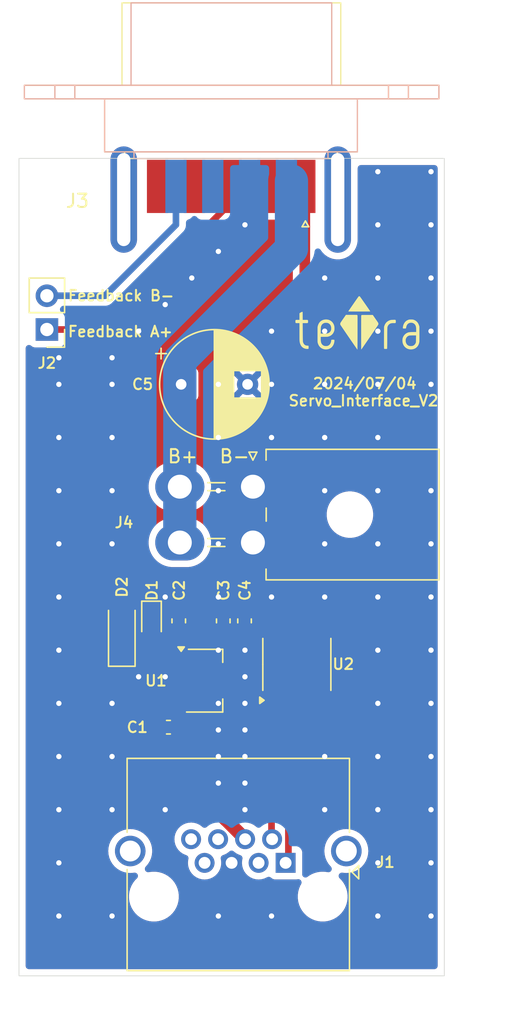
<source format=kicad_pcb>
(kicad_pcb (version 20240108) (generator "pcbnew") (generator_version "8.0")
  (layers (0 "F.Cu" signal) (31 "B.Cu" signal) (34 "B.Paste" user) (35 "F.Paste" user) (36 "B.SilkS" user "B.Silkscreen") (37 "F.SilkS" user "F.Silkscreen") (38 "B.Mask" user) (39 "F.Mask" user) (44 "Edge.Cuts" user))
  (net 0 "")
  (net 1 "GND")
  (net 2 "+3.3V")
  (net 3 "+12V")
  (net 4 "Net-(D1-K)")
  (net 5 "/diff+")
  (net 6 "/PWM_TTL")
  (net 7 "/diff-")
  (net 11 "/Pos_Feedback_A+")
  (net 12 "/Pos_Feedback_B-")
  (net 17 "/+UB")
  (net 18 "/CAN_H")
  (net 19 "/CAN_L")
  (net 20 "/CAN_H_Return")
  (net 21 "/CAN_L_Return")
  (footprint "Capacitor_THT:CP_Radial_D8.0mm_P5.00mm" (layer "F.Cu") (at 149.2 100)
    (property "Reference" "C5" (at -2.9 0 0) (layer "F.SilkS") (effects (font (size 0.8 0.8))))
    (property "Value" "100uF/50V")
    (pad "1" thru_hole rect (at 0 0) (size 1.6 1.6) (drill 0.8) (layers "*.Cu" "*.Mask") (net 17 "/+UB"))
    (pad "2" thru_hole circle (at 5 0) (size 1.6 1.6) (drill 0.8) (layers "*.Cu" "*.Mask") (net 1 "GND"))
  )
  (footprint "Connector_RJ:RJ45_Amphenol_RJHSE5380" (layer "F.Cu") (at 157.06 136 180)
    (property "Reference" "J1" (at -7.515 0.05 0) (layer "F.SilkS") (effects (font (size 0.8 0.8))))
    (property "Value" "RJ45")
    (pad "" np_thru_hole circle (at -2.79 -2.54 180) (size 3.25 3.25) (drill 3.25) (layers "*.Cu" "*.Mask"))
    (pad "" np_thru_hole circle (at 9.91 -2.54 180) (size 3.25 3.25) (drill 3.25) (layers "*.Cu" "*.Mask"))
    (pad "1" thru_hole rect (at 0 0 180) (size 1.5 1.5) (drill 0.89) (layers "*.Cu" "*.Mask") (net 5 "/diff+"))
    (pad "2" thru_hole circle (at 1.016 1.78 180) (size 1.5 1.5) (drill 0.89) (layers "*.Cu" "*.Mask") (net 7 "/diff-"))
    (pad "3" thru_hole circle (at 2.032 0 180) (size 1.5 1.5) (drill 0.89) (layers "*.Cu" "*.Mask") (net 18 "/CAN_H"))
    (pad "4" thru_hole circle (at 3.048 1.78 180) (size 1.5 1.5) (drill 0.89) (layers "*.Cu" "*.Mask") (net 3 "+12V"))
    (pad "5" thru_hole circle (at 4.064 0 180) (size 1.5 1.5) (drill 0.89) (layers "*.Cu" "*.Mask") (net 1 "GND"))
    (pad "6" thru_hole circle (at 5.08 1.78 180) (size 1.5 1.5) (drill 0.89) (layers "*.Cu" "*.Mask") (net 19 "/CAN_L"))
    (pad "7" thru_hole circle (at 6.096 0 180) (size 1.5 1.5) (drill 0.89) (layers "*.Cu" "*.Mask") (net 20 "/CAN_H_Return"))
    (pad "8" thru_hole circle (at 7.112 1.78 180) (size 1.5 1.5) (drill 0.89) (layers "*.Cu" "*.Mask") (net 21 "/CAN_L_Return"))
    (pad "SH" thru_hole circle (at -4.57 0.89 180) (size 2.3 2.3) (drill 1.57) (layers "*.Cu" "*.Mask"))
    (pad "SH" thru_hole circle (at 11.69 0.89 180) (size 2.3 2.3) (drill 1.57) (layers "*.Cu" "*.Mask"))
  )
  (footprint "Symbol:teTra-LOGO" (layer "F.Cu") (at 162.6 95.4)
    (property "Reference" "LOGO1" (hide yes))
    (property "Value" "teTra" (hide yes))
  )
  (footprint "Capacitor_SMD:C_0603_1608Metric" (layer "F.Cu") (at 148.245 125.795 180)
    (property "Reference" "C1" (at 2.345 -0.005 0) (layer "F.SilkS") (effects (font (size 0.8 0.8))))
    (property "Value" "1uF/25V")
    (pad "1" smd roundrect (at -0.775 0 180) (size 0.9 0.95) (layers "F.Cu" "F.Paste" "F.Mask") (net 3 "+12V"))
    (pad "2" smd roundrect (at 0.775 0 180) (size 0.9 0.95) (layers "F.Cu" "F.Paste" "F.Mask") (net 1 "GND"))
  )
  (footprint "Connector_PinHeader_2.54mm:PinHeader_1x02_P2.54mm_Vertical" (layer "F.Cu") (at 139.1 95.875 180)
    (property "Reference" "J2" (at 0 -2.525 180) (layer "F.SilkS") (effects (font (size 0.8 0.8))))
    (property "Value" "Pos_Feedback" (hide yes))
    (pad "1" thru_hole rect (at 0 0 180) (size 1.7 1.7) (drill 1) (layers "*.Cu" "*.Mask") (net 11 "/Pos_Feedback_A+"))
    (pad "2" thru_hole oval (at 0 2.54 180) (size 1.7 1.7) (drill 1) (layers "*.Cu" "*.Mask") (net 12 "/Pos_Feedback_B-"))
  )
  (footprint "Connector_Dsub:DSUB-9_Male_Calendar_P2.77x2.84mm_MountingHoles3.1mm_24.99" (layer "F.Cu") (at 153 77.5 180)
    (property "Reference" "J3" (at 11.6 -8.7 180) (layer "F.SilkS"))
    (property "Value" "DE9_Receptacle_MountingHoles")
    (pad "0" thru_hole oval (at -7.98 -8.6 180) (size 2 8) (drill oval 1 7) (layers "*.Cu" "*.Mask"))
    (pad "0" thru_hole oval (at 8.12 -8.6 180) (size 2 8) (drill oval 1 7) (layers "*.Cu" "*.Mask"))
    (pad "1" smd rect (at -5.505 -7.61 180) (size 1.6 4) (layers "F.Cu" "F.Paste" "F.Mask") (net 6 "/PWM_TTL"))
    (pad "2" smd rect (at -2.735 -7.61 180) (size 1.6 4) (layers "F.Cu" "F.Paste" "F.Mask"))
    (pad "3" smd rect (at 0.035 -7.61 180) (size 1.6 4) (layers "F.Cu" "F.Paste" "F.Mask") (net 11 "/Pos_Feedback_A+"))
    (pad "4" smd rect (at 2.805 -7.61 180) (size 1.6 4) (layers "F.Cu" "F.Paste" "F.Mask"))
    (pad "5" smd rect (at 5.575 -7.61 180) (size 1.6 4) (layers "F.Cu" "F.Paste" "F.Mask"))
    (pad "6" smd rect (at -4.12 -7.61 180) (size 1.6 4) (layers "B.Cu" "B.Paste" "B.Mask") (net 17 "/+UB"))
    (pad "7" smd rect (at -1.35 -7.61 180) (size 1.6 4) (layers "B.Cu" "B.Paste" "B.Mask") (net 1 "GND"))
    (pad "8" smd rect (at 1.42 -7.61 180) (size 1.6 4) (layers "B.Cu" "B.Paste" "B.Mask"))
    (pad "9" smd rect (at 4.19 -7.61 180) (size 1.6 4) (layers "B.Cu" "B.Paste" "B.Mask") (net 12 "/Pos_Feedback_B-"))
  )
  (footprint "Capacitor_SMD:C_0603_1608Metric" (layer "F.Cu") (at 149.02 117.795 90)
    (property "Reference" "C2" (at 2.295 0.03 90) (layer "F.SilkS") (effects (font (size 0.8 0.8))))
    (property "Value" "1uF/25V")
    (pad "1" smd roundrect (at -0.775 0 90) (size 0.9 0.95) (layers "F.Cu" "F.Paste" "F.Mask") (net 2 "+3.3V"))
    (pad "2" smd roundrect (at 0.775 0 90) (size 0.9 0.95) (layers "F.Cu" "F.Paste" "F.Mask") (net 1 "GND"))
  )
  (footprint "Diode_SMD:S-562T" (layer "F.Cu") (at 144.735 118.71 90)
    (property "Reference" "D2" (at 3.46 0.015 90) (layer "F.SilkS") (effects (font (size 0.8 0.8))))
    (property "Value" "S-562T")
    (pad "1" smd roundrect (at -1.7 0 90) (size 1.2 1.6) (layers "F.Cu" "F.Paste" "F.Mask") (roundrect_rratio 0.1388888889) (net 1 "GND"))
    (pad "2" smd roundrect (at 1.7 0 90) (size 1.2 1.6) (layers "F.Cu" "F.Paste" "F.Mask") (roundrect_rratio 0.1388888889) (net 4 "Net-(D1-K)"))
  )
  (footprint "Package_TO_SOT_SMD:SOT-89-3" (layer "F.Cu") (at 150.97 122.295)
    (property "Reference" "U1" (at -3.67 0.005 0) (layer "F.SilkS") (effects (font (size 0.8 0.8))))
    (property "Value" "XC6216D332PR-G")
    (pad "1" smd roundrect (at -1.95 -1.5) (size 1.3 0.9) (layers "F.Cu" "F.Paste" "F.Mask") (net 2 "+3.3V"))
    (pad "2" smd custom (at -1.8625 0) (size 1.475 0.9) (layers "F.Cu" "F.Paste" "F.Mask") (net 1 "GND") (options (clearance outline) (anchor rect)) (primitives (gr_poly (pts (xy 3.8625 0.8665) (xy 0.7375 0.8665) (xy 0.7375 -0.8665) (xy 3.8625 -0.8665)) (width 0) (fill yes))))
    (pad "3" smd roundrect (at -1.95 1.5) (size 1.3 0.9) (layers "F.Cu" "F.Paste" "F.Mask") (net 3 "+12V"))
  )
  (footprint "Connector_Molex:Molex_Mini-Fit_Jr_5569-04A2_2x02_P4.20mm_Horizontal" (layer "F.Cu") (at 154.6 107.7 -90)
    (property "Reference" "J4" (at 2.7 9.7 0) (layer "F.SilkS") (effects (font (size 0.8 0.8))))
    (property "Value" "Molex 5569")
    (pad "" np_thru_hole circle (at 2.1 -7.3 270) (size 3 3) (drill 3) (layers "*.Cu" "*.Mask"))
    (pad "1" thru_hole roundrect (at 0 0 270) (size 2.7 3.7) (drill 1.8) (layers "*.Cu" "*.Mask") (roundrect_rratio 0.092593) (net 1 "GND"))
    (pad "2" thru_hole oval (at 4.2 0 270) (size 2.7 3.7) (drill 1.8) (layers "*.Cu" "*.Mask") (net 1 "GND"))
    (pad "3" thru_hole oval (at 0 5.5 270) (size 2.7 3.7) (drill 1.8) (layers "*.Cu" "*.Mask") (net 17 "/+UB"))
    (pad "4" thru_hole oval (at 4.2 5.5 270) (size 2.7 3.7) (drill 1.8) (layers "*.Cu" "*.Mask") (net 17 "/+UB"))
  )
  (footprint "Capacitor_SMD:C_0603_1608Metric" (layer "F.Cu") (at 153.97 117.795 90)
    (property "Reference" "C4" (at 2.295 0.03 90) (layer "F.SilkS") (effects (font (size 0.8 0.8))))
    (property "Value" "1nF/16V")
    (pad "1" smd roundrect (at -0.775 0 90) (size 0.9 0.95) (layers "F.Cu" "F.Paste" "F.Mask") (net 2 "+3.3V"))
    (pad "2" smd roundrect (at 0.775 0 90) (size 0.9 0.95) (layers "F.Cu" "F.Paste" "F.Mask") (net 1 "GND"))
  )
  (footprint "Capacitor_SMD:C_0603_1608Metric" (layer "F.Cu") (at 152.37 117.795 90)
    (property "Reference" "C3" (at 2.295 0.03 90) (layer "F.SilkS") (effects (font (size 0.8 0.8))))
    (property "Value" "0.1uF/50V")
    (pad "1" smd roundrect (at -0.775 0 90) (size 0.9 0.95) (layers "F.Cu" "F.Paste" "F.Mask") (net 2 "+3.3V"))
    (pad "2" smd roundrect (at 0.775 0 90) (size 0.9 0.95) (layers "F.Cu" "F.Paste" "F.Mask") (net 1 "GND"))
  )
  (footprint "LED_SMD:LED_0603_1608Metric" (layer "F.Cu") (at 146.97 117.8 -90)
    (property "Reference" "D1" (at -2.3 -0.03 90) (layer "F.SilkS") (effects (font (size 0.8 0.8))))
    (property "Value" "LED (Y/G)")
    (pad "1" smd roundrect (at -0.7875 0 270) (size 0.875 0.95) (layers "F.Cu" "F.Paste" "F.Mask") (net 4 "Net-(D1-K)"))
    (pad "2" smd roundrect (at 0.7875 0 270) (size 0.875 0.95) (layers "F.Cu" "F.Paste" "F.Mask") (net 2 "+3.3V"))
  )
  (footprint "Package_SO:SOIC-8_3.9x4.9mm_P1.27mm" (layer "F.Cu") (at 157.905 121.07 90)
    (property "Reference" "U2" (at 0.02 3.495 180) (layer "F.SilkS") (effects (font (size 0.8 0.8))))
    (property "Value" "SN65LVDS2D")
    (pad "1" smd roundrect (at -2.475 -1.905 90) (size 1.95 0.6) (layers "F.Cu" "F.Paste" "F.Mask") (net 7 "/diff-"))
    (pad "2" smd roundrect (at -2.475 -0.635 90) (size 1.95 0.6) (layers "F.Cu" "F.Paste" "F.Mask") (net 5 "/diff+"))
    (pad "3" smd roundrect (at -2.475 0.635 90) (size 1.95 0.6) (layers "F.Cu" "F.Paste" "F.Mask"))
    (pad "4" smd roundrect (at -2.475 1.905 90) (size 1.95 0.6) (layers "F.Cu" "F.Paste" "F.Mask"))
    (pad "5" smd roundrect (at 2.475 1.905 90) (size 1.95 0.6) (layers "F.Cu" "F.Paste" "F.Mask") (net 1 "GND"))
    (pad "6" smd roundrect (at 2.475 0.635 90) (size 1.95 0.6) (layers "F.Cu" "F.Paste" "F.Mask"))
    (pad "7" smd roundrect (at 2.475 -0.635 90) (size 1.95 0.6) (layers "F.Cu" "F.Paste" "F.Mask") (net 6 "/PWM_TTL"))
    (pad "8" smd roundrect (at 2.475 -1.905 90) (size 1.95 0.6) (layers "F.Cu" "F.Paste" "F.Mask") (net 2 "+3.3V"))
  )
  (gr_rect (start 137 83) (end 169 144.5) (stroke (width 0.05)) (fill none) (layer "Edge.Cuts"))
  (gr_text "B-" (at 152 106 0) (layer "F.SilkS") (effects (font (size 1 1)) (justify left bottom)))
  (gr_text "   2024/07/04\nServo_Interface_V2" (at 157.2 101.7 0) (layer "F.SilkS") (effects (font (size 0.8 0.8) (thickness 0.15) (bold yes)) (justify left bottom)))
  (gr_text "B+" (at 148.1 106 0) (layer "F.SilkS") (effects (font (size 1 1)) (justify left bottom)))
  (gr_text "Feedback B-" (at 140.6 93.8 0) (layer "F.SilkS") (effects (font (size 0.8 0.8) (thickness 0.15) (bold yes)) (justify left bottom)))
  (gr_text "Feedback A+" (at 140.6 96.5 0) (layer "F.SilkS") (effects (font (size 0.8 0.8) (thickness 0.15) (bold yes)) (justify left bottom)))
  (via (at 144 98) (size 0.8) (drill 0.4) (layers "F.Cu" "B.Cu") (net 1))
  (via (at 152 108) (size 0.8) (drill 0.4) (layers "F.Cu" "B.Cu") (net 1))
  (via (at 156 116) (size 0.8) (drill 0.4) (layers "F.Cu" "B.Cu") (net 1))
  (via (at 140 98) (size 0.8) (drill 0.4) (layers "F.Cu" "B.Cu") (net 1))
  (via (at 152 140) (size 0.8) (drill 0.4) (layers "F.Cu" "B.Cu") (net 1))
  (via (at 154 132) (size 0.8) (drill 0.4) (layers "F.Cu" "B.Cu") (net 1))
  (via (at 140 108) (size 0.8) (drill 0.4) (layers "F.Cu" "B.Cu") (net 1))
  (via (at 152 124) (size 0.8) (drill 0.4) (layers "F.Cu" "B.Cu") (net 1))
  (via (at 160 112) (size 0.8) (drill 0.4) (layers "F.Cu" "B.Cu") (net 1))
  (via (at 152 126) (size 0.8) (drill 0.4) (layers "F.Cu" "B.Cu") (net 1))
  (via (at 160 104) (size 0.8) (drill 0.4) (layers "F.Cu" "B.Cu") (net 1))
  (via (at 164 92) (size 0.8) (drill 0.4) (layers "F.Cu" "B.Cu") (net 1))
  (via (at 156 104) (size 0.8) (drill 0.4) (layers "F.Cu" "B.Cu") (net 1))
  (via (at 168 140) (size 0.8) (drill 0.4) (layers "F.Cu" "B.Cu") (net 1))
  (via (at 140 100) (size 0.8) (drill 0.4) (layers "F.Cu" "B.Cu") (net 1))
  (via (at 168 112) (size 0.8) (drill 0.4) (layers "F.Cu" "B.Cu") (net 1))
  (via (at 168 92) (size 0.8) (drill 0.4) (layers "F.Cu" "B.Cu") (net 1))
  (via (at 140 120) (size 0.8) (drill 0.4) (layers "F.Cu" "B.Cu") (net 1))
  (via (at 164 112) (size 0.8) (drill 0.4) (layers "F.Cu" "B.Cu") (net 1))
  (via (at 154 120) (size 0.8) (drill 0.4) (layers "F.Cu" "B.Cu") (net 1))
  (via (at 152 90) (size 0.8) (drill 0.4) (layers "F.Cu" "B.Cu") (net 1))
  (via (at 168 96) (size 0.8) (drill 0.4) (layers "F.Cu" "B.Cu") (net 1))
  (via (at 156 140) (size 0.8) (drill 0.4) (layers "F.Cu" "B.Cu") (net 1))
  (via (at 164 132) (size 0.8) (drill 0.4) (layers "F.Cu" "B.Cu") (net 1))
  (via (at 168 116) (size 0.8) (drill 0.4) (layers "F.Cu" "B.Cu") (net 1))
  (via (at 152 112) (size 0.8) (drill 0.4) (layers "F.Cu" "B.Cu") (net 1))
  (via (at 144 128) (size 0.8) (drill 0.4) (layers "F.Cu" "B.Cu") (net 1))
  (via (at 164 124) (size 0.8) (drill 0.4) (layers "F.Cu" "B.Cu") (net 1))
  (via (at 148 132) (size 0.8) (drill 0.4) (layers "F.Cu" "B.Cu") (net 1))
  (via (at 168 84) (size 0.8) (drill 0.4) (layers "F.Cu" "B.Cu") (net 1))
  (via (at 152 128) (size 0.8) (drill 0.4) (layers "F.Cu" "B.Cu") (net 1))
  (via (at 154 122) (size 0.8) (drill 0.4) (layers "F.Cu" "B.Cu") (net 1))
  (via (at 156 96) (size 0.8) (drill 0.4) (layers "F.Cu" "B.Cu") (net 1))
  (via (at 168 136) (size 0.8) (drill 0.4) (layers "F.Cu" "B.Cu") (net 1))
  (via (at 140 128) (size 0.8) (drill 0.4) (layers "F.Cu" "B.Cu") (net 1))
  (via (at 168 100) (size 0.8) (drill 0.4) (layers "F.Cu" "B.Cu") (net 1))
  (via (at 154 130) (size 0.8) (drill 0.4) (layers "F.Cu" "B.Cu") (net 1))
  (via (at 168 108) (size 0.8) (drill 0.4) (layers "F.Cu" "B.Cu") (net 1))
  (via (at 160 128) (size 0.8) (drill 0.4) (layers "F.Cu" "B.Cu") (net 1))
  (via (at 164 84) (size 0.8) (drill 0.4) (layers "F.Cu" "B.Cu") (net 1))
  (via (at 144 112) (size 0.8) (drill 0.4) (layers "F.Cu" "B.Cu") (net 1))
  (via (at 168 124) (size 0.8) (drill 0.4) (layers "F.Cu" "B.Cu") (net 1))
  (via (at 168 120) (size 0.8) (drill 0.4) (layers "F.Cu" "B.Cu") (net 1))
  (via (at 144 124) (size 0.8) (drill 0.4) (layers "F.Cu" "B.Cu") (net 1))
  (via (at 154 88) (size 0.8) (drill 0.4) (layers "F.Cu" "B.Cu") (net 1))
  (via (at 164 136) (size 0.8) (drill 0.4) (layers "F.Cu" "B.Cu") (net 1))
  (via (at 148 116) (size 0.8) (drill 0.4) (layers "F.Cu" "B.Cu") (net 1))
  (via (at 152 100) (size 0.8) (drill 0.4) (layers "F.Cu" "B.Cu") (net 1))
  (via (at 140 140) (size 0.8) (drill 0.4) (layers "F.Cu" "B.Cu") (net 1))
  (via (at 164 140) (size 0.8) (drill 0.4) (layers "F.Cu" "B.Cu") (net 1))
  (via (at 152 116) (size 0.8) (drill 0.4) (layers "F.Cu" "B.Cu") (net 1))
  (via (at 154 128) (size 0.8) (drill 0.4) (layers "F.Cu" "B.Cu") (net 1))
  (via (at 144 140) (size 0.8) (drill 0.4) (layers "F.Cu" "B.Cu") (net 1))
  (via (at 140 132) (size 0.8) (drill 0.4) (layers "F.Cu" "B.Cu") (net 1))
  (via (at 168 128) (size 0.8) (drill 0.4) (layers "F.Cu" "B.Cu") (net 1))
  (via (at 152 120) (size 0.8) (drill 0.4) (layers "F.Cu" "B.Cu") (net 1))
  (via (at 164 104) (size 0.8) (drill 0.4) (layers "F.Cu" "B.Cu") (net 1))
  (via (at 168 132) (size 0.8) (drill 0.4) (layers "F.Cu" "B.Cu") (net 1))
  (via (at 164 128) (size 0.8) (drill 0.4) (layers "F.Cu" "B.Cu") (net 1))
  (via (at 164 88) (size 0.8) (drill 0.4) (layers "F.Cu" "B.Cu") (net 1))
  (via (at 164 96) (size 0.8) (drill 0.4) (layers "F.Cu" "B.Cu") (net 1))
  (via (at 160 108) (size 0.8) (drill 0.4) (layers "F.Cu" "B.Cu") (net 1))
  (via (at 148 94) (size 0.8) (drill 0.4) (layers "F.Cu" "B.Cu") (net 1))
  (via (at 140 104) (size 0.8) (drill 0.4) (layers "F.Cu" "B.Cu") (net 1))
  (via (at 144 104) (size 0.8) (drill 0.4) (layers "F.Cu" "B.Cu") (net 1))
  (via (at 144 100) (size 0.8) (drill 0.4) (layers "F.Cu" "B.Cu") (net 1))
  (via (at 144 132) (size 0.8) (drill 0.4) (layers "F.Cu" "B.Cu") (net 1))
  (via (at 144 108) (size 0.8) (drill 0.4) (layers "F.Cu" "B.Cu") (net 1))
  (via (at 150 92) (size 0.8) (drill 0.4) (layers "F.Cu" "B.Cu") (net 1))
  (via (at 148 122) (size 0.8) (drill 0.4) (layers "F.Cu" "B.Cu") (net 1))
  (via (at 168 88) (size 0.8) (drill 0.4) (layers "F.Cu" "B.Cu") (net 1))
  (via (at 154 126) (size 0.8) (drill 0.4) (layers "F.Cu" "B.Cu") (net 1))
  (via (at 140 112) (size 0.8) (drill 0.4) (layers "F.Cu" "B.Cu") (net 1))
  (via (at 140 124) (size 0.8) (drill 0.4) (layers "F.Cu" "B.Cu") (net 1))
  (via (at 160 116) (size 0.8) (drill 0.4) (layers "F.Cu" "B.Cu") (net 1))
  (via (at 160 92) (size 0.8) (drill 0.4) (layers "F.Cu" "B.Cu") (net 1))
  (via (at 160 96) (size 0.8) (drill 0.4) (layers "F.Cu" "B.Cu") (net 1))
  (via (at 154 124) (size 0.8) (drill 0.4) (layers "F.Cu" "B.Cu") (net 1))
  (via (at 164 100) (size 0.8) (drill 0.4) (layers "F.Cu" "B.Cu") (net 1))
  (via (at 146 96) (size 0.8) (drill 0.4) (layers "F.Cu" "B.Cu") (net 1))
  (via (at 156 100) (size 0.8) (drill 0.4) (layers "F.Cu" "B.Cu") (net 1))
  (via (at 164 108) (size 0.8) (drill 0.4) (layers "F.Cu" "B.Cu") (net 1))
  (via (at 140 116) (size 0.8) (drill 0.4) (layers "F.Cu" "B.Cu") (net 1))
  (via (at 152 130) (size 0.8) (drill 0.4) (layers "F.Cu" "B.Cu") (net 1))
  (via (at 140 136) (size 0.8) (drill 0.4) (layers "F.Cu" "B.Cu") (net 1))
  (via (at 160 132) (size 0.8) (drill 0.4) (layers "F.Cu" "B.Cu") (net 1))
  (via (at 152 104) (size 0.8) (drill 0.4) (layers "F.Cu" "B.Cu") (net 1))
  (via (at 160 100) (size 0.8) (drill 0.4) (layers "F.Cu" "B.Cu") (net 1))
  (via (at 146 122) (size 0.8) (drill 0.4) (layers "F.Cu" "B.Cu") (net 1))
  (via (at 164 116) (size 0.8) (drill 0.4) (layers "F.Cu" "B.Cu") (net 1))
  (via (at 164 120) (size 0.8) (drill 0.4) (layers "F.Cu" "B.Cu") (net 1))
  (segment (start 146.97 118.5875) (end 149.0025 118.5875) (width 0.5) (layer "F.Cu") (net 2))
  (segment (start 149.02 118.57) (end 155.975 118.57) (width 1) (layer "F.Cu") (net 2))
  (segment (start 149.02 120.795) (end 149.02 118.57) (width 1) (layer "F.Cu") (net 2))
  (segment (start 149.02 125.795) (end 149.02 123.795) (width 1) (layer "F.Cu") (net 3))
  (segment (start 152.58061 132.77) (end 152.57 132.77) (width 1) (layer "F.Cu") (net 3))
  (segment (start 154.012 134.20139) (end 152.58061 132.77) (width 1) (layer "F.Cu") (net 3))
  (segment (start 154.012 134.22) (end 154.012 134.20139) (width 1) (layer "F.Cu") (net 3))
  (segment (start 152.57 132.77) (end 149.02 129.22) (width 1) (layer "F.Cu") (net 3))
  (segment (start 149.02 129.22) (end 149.02 125.795) (width 1) (layer "F.Cu") (net 3))
  (segment (start 146.97 117.0125) (end 144.7375 117.0125) (width 0.5) (layer "F.Cu") (net 4))
  (segment (start 144.7375 117.0125) (end 144.735 117.01) (width 0.5) (layer "F.Cu") (net 4))
  (segment (start 157.27 123.545) (end 157.27 135.79) (width 0.5) (layer "F.Cu") (net 5))
  (segment (start 157.27 135.79) (end 157.06 136) (width 0.5) (layer "F.Cu") (net 5))
  (segment (start 158.505 115.095) (end 158.505 85.11) (width 0.8) (layer "F.Cu") (net 6))
  (segment (start 157.27 116.33) (end 158.505 115.095) (width 0.8) (layer "F.Cu") (net 6))
  (segment (start 157.27 118.595) (end 157.27 116.33) (width 0.8) (layer "F.Cu") (net 6))
  (segment (start 156 123.545) (end 156 134.176) (width 0.5) (layer "F.Cu") (net 7))
  (segment (start 143.4 95.875) (end 139.1 95.875) (width 0.5) (layer "F.Cu") (net 11))
  (segment (start 152.965 86.31) (end 143.4 95.875) (width 0.5) (layer "F.Cu") (net 11))
  (segment (start 152.965 85.11) (end 152.965 86.31) (width 0.5) (layer "F.Cu") (net 11))
  (segment (start 148.81 87.99) (end 143.465 93.335) (width 0.5) (layer "B.Cu") (net 12))
  (segment (start 148.81 85.11) (end 148.81 87.99) (width 0.5) (layer "B.Cu") (net 12))
  (segment (start 143.465 93.335) (end 139.1 93.335) (width 0.5) (layer "B.Cu") (net 12))
  (segment (start 157.5 89.8) (end 157.5 84.7) (width 2.5) (layer "B.Cu") (net 17))
  (segment (start 149.1 98.2) (end 157.5 89.8) (width 2.5) (layer "B.Cu") (net 17))
  (segment (start 149.1 111.9) (end 149.1 98.2) (width 2.5) (layer "B.Cu") (net 17))
  (zone (net 1) (net_name "GND") (layers "F&B.Cu") (connect_pads (clearance 0.5)) (min_thickness 0.5) (fill yes (thermal_gap 0.5) (thermal_bridge_width 0.5))
    (polygon (pts (xy 137 76.1) (xy 137 144.5) (xy 169 144.5) (xy 169 76)))
  )
)
</source>
